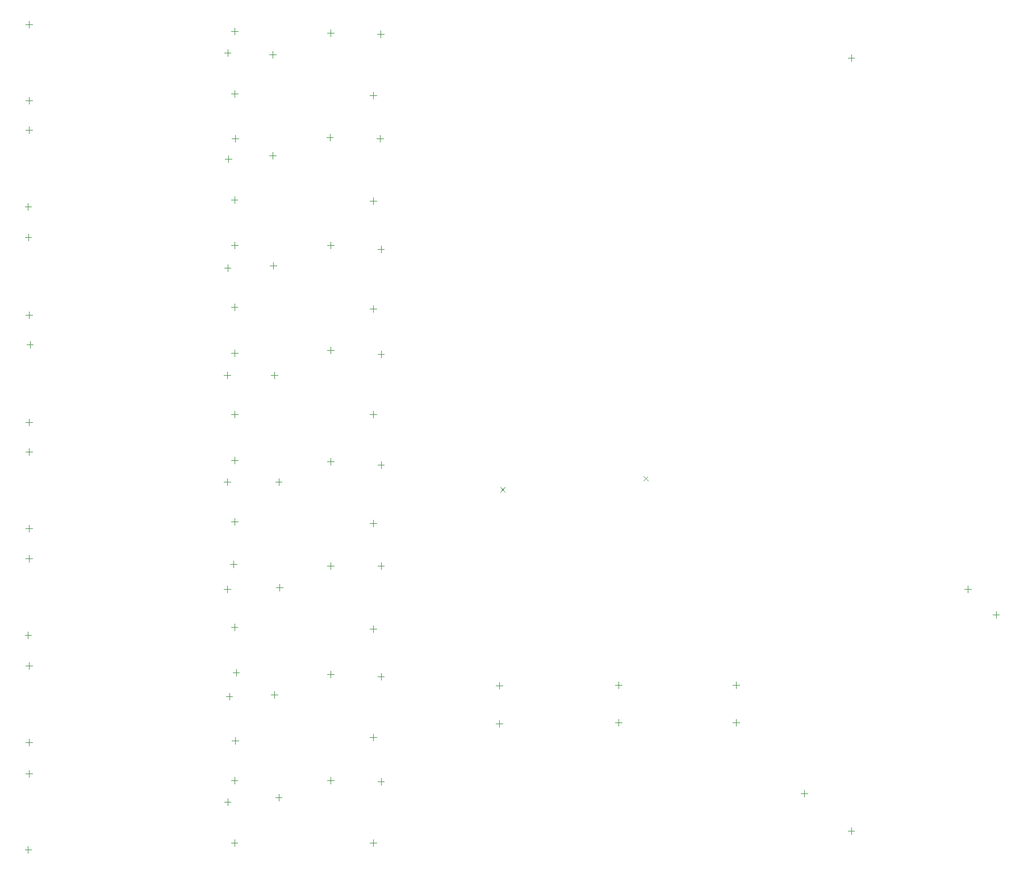
<source format=gbr>
%TF.GenerationSoftware,Altium Limited,Altium Designer,21.6.4 (81)*%
G04 Layer_Color=8388736*
%FSLAX43Y43*%
%MOMM*%
%TF.SameCoordinates,5D8205C6-A8A5-4108-8313-488A8EE5113E*%
%TF.FilePolarity,Positive*%
%TF.FileFunction,Other,Bottom_Component_Center*%
%TF.Part,Single*%
G01*
G75*
%TA.AperFunction,NonConductor*%
%ADD117C,0.100*%
D117*
X71624Y47625D02*
X72624D01*
X72124Y47125D02*
Y48125D01*
X71751Y58928D02*
X72751D01*
X72251Y58428D02*
Y59428D01*
X71751Y63627D02*
X72751D01*
X72251Y63127D02*
Y64127D01*
X71624Y79629D02*
X72624D01*
X72124Y79129D02*
Y80129D01*
X71751Y91059D02*
X72751D01*
X72251Y90559D02*
Y91559D01*
X71751Y95504D02*
X72751D01*
X72251Y95004D02*
Y96004D01*
X71751Y106934D02*
X72751D01*
X72251Y106434D02*
Y107434D01*
X71763Y111379D02*
X72763D01*
X72263Y110879D02*
Y111879D01*
X71890Y122936D02*
X72890D01*
X72390Y122436D02*
Y123436D01*
X71763Y127381D02*
X72763D01*
X72263Y126881D02*
Y127881D01*
X71636Y138938D02*
X72636D01*
X72136Y138438D02*
Y139438D01*
X71624Y143510D02*
X72624D01*
X72124Y143010D02*
Y144010D01*
X71763Y154940D02*
X72763D01*
X72263Y154440D02*
Y155440D01*
X71763Y159385D02*
X72763D01*
X72263Y158885D02*
Y159885D01*
X71763Y170688D02*
X72763D01*
X72263Y170188D02*
Y171188D01*
X71763Y75057D02*
X72763D01*
X72263Y74557D02*
Y75557D01*
X102870Y80272D02*
Y81272D01*
X102370Y80772D02*
X103370D01*
X102743Y89670D02*
Y90670D01*
X102243Y90170D02*
X103243D01*
X102967Y153170D02*
Y154170D01*
X102467Y153670D02*
X103467D01*
X123071Y160147D02*
X124071D01*
X123571Y159647D02*
Y160647D01*
X123071Y80518D02*
X124071D01*
X123571Y80018D02*
Y81018D01*
X123071Y64389D02*
X124071D01*
X123571Y63889D02*
Y64889D01*
X123071Y48641D02*
X124071D01*
X123571Y48141D02*
Y49141D01*
X124714Y57285D02*
Y58285D01*
X124214Y57785D02*
X125214D01*
X124714Y72906D02*
Y73906D01*
X124214Y73406D02*
X125214D01*
X124714Y89416D02*
Y90416D01*
X124214Y89916D02*
X125214D01*
X124714Y104529D02*
Y105529D01*
X124214Y105029D02*
X125214D01*
X124714Y121039D02*
Y122039D01*
X124214Y121539D02*
X125214D01*
X124714Y136660D02*
Y137660D01*
X124214Y137160D02*
X125214D01*
X124587Y153170D02*
Y154170D01*
X124087Y153670D02*
X125087D01*
X124682Y168791D02*
Y169791D01*
X124182Y169291D02*
X125182D01*
X116721Y169418D02*
X117721D01*
X117221Y168918D02*
Y169918D01*
X116594Y153889D02*
X117594D01*
X117094Y153389D02*
Y154389D01*
X116721Y137760D02*
X117721D01*
X117221Y137260D02*
Y138260D01*
X116721Y122139D02*
X117721D01*
X117221Y121639D02*
Y122639D01*
X116721Y105537D02*
X117721D01*
X117221Y105037D02*
Y106037D01*
X116721Y89916D02*
X117721D01*
X117221Y89416D02*
Y90416D01*
X116721Y57912D02*
X117721D01*
X117221Y57412D02*
Y58412D01*
X109474Y54872D02*
Y55872D01*
X108974Y55372D02*
X109974D01*
X108839Y70239D02*
Y71239D01*
X108339Y70739D02*
X109339D01*
X109601Y86241D02*
Y87241D01*
X109101Y86741D02*
X110101D01*
X109474Y101989D02*
Y102989D01*
X108974Y102489D02*
X109974D01*
X108839Y117864D02*
Y118864D01*
X108339Y118364D02*
X109339D01*
X108678Y134247D02*
Y135247D01*
X108178Y134747D02*
X109178D01*
X108585Y150630D02*
Y151630D01*
X108085Y151130D02*
X109085D01*
X102900Y169172D02*
Y170172D01*
X102400Y169672D02*
X103400D01*
X101854Y165997D02*
Y166997D01*
X101354Y166497D02*
X102354D01*
X101941Y150122D02*
Y151122D01*
X101441Y150622D02*
X102441D01*
X102870Y144026D02*
Y145026D01*
X102370Y144526D02*
X103370D01*
X102900Y137295D02*
Y138295D01*
X102400Y137795D02*
X103400D01*
X102870Y128024D02*
Y129024D01*
X102370Y128524D02*
X103370D01*
X101854Y133866D02*
Y134866D01*
X101354Y134366D02*
X102354D01*
X102900Y112022D02*
Y113022D01*
X102400Y112522D02*
X103400D01*
X102900Y121166D02*
Y122166D01*
X102400Y121666D02*
X103400D01*
X101814Y117864D02*
Y118864D01*
X101314Y118364D02*
X102314D01*
X102900Y96020D02*
Y97020D01*
X102400Y96520D02*
X103400D01*
X102900Y105164D02*
Y106164D01*
X102400Y105664D02*
X103400D01*
X101814Y101989D02*
Y102989D01*
X101314Y102489D02*
X102314D01*
X102997Y63381D02*
Y64381D01*
X102497Y63881D02*
X103497D01*
X102870Y57412D02*
Y58412D01*
X102370Y57912D02*
X103370D01*
X101854Y54237D02*
Y55237D01*
X101354Y54737D02*
X102354D01*
X142521Y101700D02*
X143229Y100992D01*
X142521D02*
X143229Y101700D01*
X163857Y103351D02*
X164565Y102643D01*
X163857D02*
X164565Y103351D01*
X159647Y72136D02*
X160647D01*
X160147Y71636D02*
Y72636D01*
X177173Y66548D02*
X178173D01*
X177673Y66048D02*
Y67048D01*
X141867Y66421D02*
X142867D01*
X142367Y65921D02*
Y66921D01*
X159647Y66548D02*
X160647D01*
X160147Y66048D02*
Y67048D01*
X187833Y55507D02*
Y56507D01*
X187333Y56007D02*
X188333D01*
X216408Y82177D02*
Y83177D01*
X215908Y82677D02*
X216908D01*
X212217Y85987D02*
Y86987D01*
X211717Y86487D02*
X212717D01*
X142367Y71601D02*
Y72601D01*
X141867Y72101D02*
X142867D01*
X177673Y71636D02*
Y72636D01*
X177173Y72136D02*
X178173D01*
X194318Y165735D02*
X195318D01*
X194818Y165235D02*
Y166235D01*
Y49919D02*
Y50919D01*
X194318Y50419D02*
X195318D01*
X123571Y143899D02*
Y144899D01*
X123071Y144399D02*
X124071D01*
X123571Y127770D02*
Y128770D01*
X123071Y128270D02*
X124071D01*
X123571Y112022D02*
Y113022D01*
X123071Y112522D02*
X124071D01*
X123571Y95766D02*
Y96766D01*
X123071Y96266D02*
X124071D01*
X117221Y73252D02*
Y74252D01*
X116721Y73752D02*
X117721D01*
X108085Y166243D02*
X109085D01*
X108585Y165743D02*
Y166743D01*
X102624Y74041D02*
X103624D01*
X103124Y73541D02*
Y74541D01*
X101608Y70485D02*
X102608D01*
X102108Y69985D02*
Y70985D01*
X102370Y48641D02*
X103370D01*
X102870Y48141D02*
Y49141D01*
X101314Y86487D02*
X102314D01*
X101814Y85987D02*
Y86987D01*
X102400Y160401D02*
X103400D01*
X102900Y159901D02*
Y160901D01*
%TF.MD5,732e1265d0a8976dfe339b7add6e81bf*%
M02*

</source>
